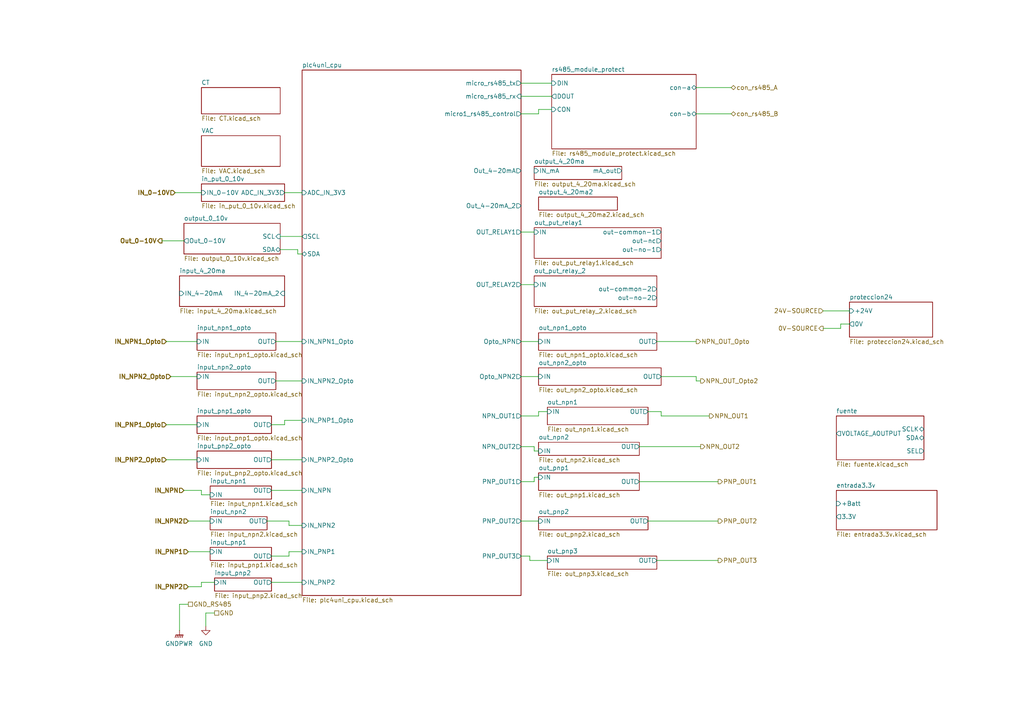
<source format=kicad_sch>
(kicad_sch (version 20250114) (generator "eeschema") (generator_version "9.0")
  (paper "A4")
  (lib_symbols
    (symbol "GP8211S-TC50:GNDPWR" (power) (pin_numbers (hide yes)) (pin_names (offset 0) (hide yes))
      (property "Value" "GNDPWR" (at 0 -3.302 0))
      (symbol "GNDPWR_0_1"
        (polyline (pts (xy -1.016 -1.27) (xy -1.27 -2.032) (xy -1.27 -2.032)) (stroke (width 0.2032)))
        (polyline (pts (xy -0.508 -1.27) (xy -0.762 -2.032) (xy -0.762 -2.032)) (stroke (width 0.2032)))
        (polyline (pts (xy 0 -1.27) (xy 0 0)))
        (polyline (pts (xy 0 -1.27) (xy -0.254 -2.032) (xy -0.254 -2.032)) (stroke (width 0.2032)))
        (polyline (pts (xy 0.508 -1.27) (xy 0.254 -2.032) (xy 0.254 -2.032)) (stroke (width 0.2032)))
        (polyline (pts (xy 1.016 -1.27) (xy -1.016 -1.27) (xy -1.016 -1.27)) (stroke (width 0.2032)))
        (polyline (pts (xy 1.016 -1.27) (xy 0.762 -2.032) (xy 0.762 -2.032) (xy 0.762 -2.032)) (stroke (width 0.2032)))
      )
      (symbol "GNDPWR_1_1"
        (pin power_in line (at 0 0 270) (length 0) (name "~") (number "1"))
      )
    )
    (symbol "power:GND" (power) (pin_numbers (hide yes)) (pin_names (offset 0) (hide yes))
      (property "Value" "GND" (at 0 -3.81 0))
      (symbol "GND_0_1"
        (polyline (pts (xy 0 0) (xy 0 -1.27) (xy 1.27 -1.27) (xy 0 -2.54) (xy -1.27 -1.27) (xy 0 -1.27)))
      )
      (symbol "GND_1_1"
        (pin power_in line (at 0 0 270) (length 0) (name "~") (number "1"))
      )
    )
  )
  (wire (pts (xy 158.75 162.56) (xy 153.67 162.56)))
  (wire (pts (xy 52.07 175.26) (xy 54.61 175.26)))
  (wire (pts (xy 81.28 68.58) (xy 87.63 68.58)))
  (wire (pts (xy 80.01 110.49) (xy 87.63 110.49)))
  (wire (pts (xy 153.67 161.29) (xy 151.13 161.29)))
  (wire (pts (xy 156.21 120.65) (xy 156.21 119.38)))
  (wire (pts (xy 78.74 123.19) (xy 82.55 123.19)))
  (wire (pts (xy 151.13 129.54) (xy 154.94 129.54)))
  (wire (pts (xy 151.13 120.65) (xy 156.21 120.65)))
  (wire (pts (xy 82.55 121.92) (xy 87.63 121.92)))
  (wire (pts (xy 156.21 31.75) (xy 160.02 31.75)))
  (wire (pts (xy 78.74 161.29) (xy 83.82 161.29)))
  (wire (pts (xy 243.84 95.25) (xy 243.84 93.98)))
  (wire (pts (xy 151.13 24.13) (xy 160.02 24.13)))
  (wire (pts (xy 243.84 93.98) (xy 246.38 93.98)))
  (wire (pts (xy 191.77 119.38) (xy 187.96 119.38)))
  (wire (pts (xy 83.82 160.02) (xy 87.63 160.02)))
  (wire (pts (xy 190.5 99.06) (xy 201.93 99.06)))
  (wire (pts (xy 48.26 99.06) (xy 57.15 99.06)))
  (wire (pts (xy 59.69 177.8) (xy 62.23 177.8)))
  (wire (pts (xy 82.55 123.19) (xy 82.55 121.92)))
  (wire (pts (xy 83.82 152.4) (xy 87.63 152.4)))
  (wire (pts (xy 154.94 130.81) (xy 156.21 130.81)))
  (wire (pts (xy 201.93 109.22) (xy 201.93 110.49)))
  (wire (pts (xy 78.74 133.35) (xy 87.63 133.35)))
  (wire (pts (xy 48.26 133.35) (xy 57.15 133.35)))
  (wire (pts (xy 151.13 99.06) (xy 156.21 99.06)))
  (wire (pts (xy 59.69 181.61) (xy 59.69 177.8)))
  (wire (pts (xy 58.42 143.51) (xy 60.96 143.51)))
  (wire (pts (xy 86.36 73.66) (xy 87.63 73.66)))
  (wire (pts (xy 201.93 33.02) (xy 212.09 33.02)))
  (wire (pts (xy 191.77 109.22) (xy 201.93 109.22)))
  (wire (pts (xy 81.28 72.39) (xy 86.36 72.39)))
  (wire (pts (xy 154.94 138.43) (xy 156.21 138.43)))
  (wire (pts (xy 52.07 182.88) (xy 52.07 175.26)))
  (wire (pts (xy 201.93 110.49) (xy 203.2 110.49)))
  (wire (pts (xy 201.93 25.4) (xy 212.09 25.4)))
  (wire (pts (xy 54.61 170.18) (xy 58.42 170.18)))
  (wire (pts (xy 190.5 162.56) (xy 208.28 162.56)))
  (wire (pts (xy 187.96 151.13) (xy 208.28 151.13)))
  (wire (pts (xy 151.13 82.55) (xy 154.94 82.55)))
  (wire (pts (xy 58.42 168.91) (xy 58.42 170.18)))
  (wire (pts (xy 151.13 109.22) (xy 156.21 109.22)))
  (wire (pts (xy 191.77 120.65) (xy 191.77 119.38)))
  (wire (pts (xy 151.13 33.02) (xy 156.21 33.02)))
  (wire (pts (xy 151.13 151.13) (xy 156.21 151.13)))
  (wire (pts (xy 156.21 33.02) (xy 156.21 31.75)))
  (wire (pts (xy 77.47 151.13) (xy 83.82 151.13)))
  (wire (pts (xy 151.13 67.31) (xy 154.94 67.31)))
  (wire (pts (xy 151.13 139.7) (xy 154.94 139.7)))
  (wire (pts (xy 80.01 99.06) (xy 87.63 99.06)))
  (wire (pts (xy 54.61 151.13) (xy 60.96 151.13)))
  (wire (pts (xy 58.42 142.24) (xy 58.42 143.51)))
  (wire (pts (xy 205.74 120.65) (xy 191.77 120.65)))
  (wire (pts (xy 78.74 142.24) (xy 87.63 142.24)))
  (wire (pts (xy 62.23 168.91) (xy 58.42 168.91)))
  (wire (pts (xy 50.8 55.88) (xy 58.42 55.88)))
  (wire (pts (xy 46.99 69.85) (xy 53.34 69.85)))
  (wire (pts (xy 238.76 95.25) (xy 243.84 95.25)))
  (wire (pts (xy 48.26 123.19) (xy 57.15 123.19)))
  (wire (pts (xy 185.42 139.7) (xy 208.28 139.7)))
  (wire (pts (xy 54.61 160.02) (xy 60.96 160.02)))
  (wire (pts (xy 83.82 151.13) (xy 83.82 152.4)))
  (wire (pts (xy 154.94 129.54) (xy 154.94 130.81)))
  (wire (pts (xy 53.34 142.24) (xy 58.42 142.24)))
  (wire (pts (xy 153.67 162.56) (xy 153.67 161.29)))
  (wire (pts (xy 154.94 139.7) (xy 154.94 138.43)))
  (wire (pts (xy 151.13 27.94) (xy 160.02 27.94)))
  (wire (pts (xy 49.53 109.22) (xy 57.15 109.22)))
  (wire (pts (xy 156.21 119.38) (xy 158.75 119.38)))
  (wire (pts (xy 78.74 168.91) (xy 87.63 168.91)))
  (wire (pts (xy 86.36 72.39) (xy 86.36 73.66)))
  (wire (pts (xy 185.42 129.54) (xy 203.2 129.54)))
  (wire (pts (xy 83.82 161.29) (xy 83.82 160.02)))
  (wire (pts (xy 238.76 90.17) (xy 246.38 90.17)))
  (wire (pts (xy 82.55 55.88) (xy 87.63 55.88)))
  (hierarchical_label "IN_PNP1" (shape input) (at 54.61 160.02 180) (effects (font (thickness 0.254) (bold yes))))
  (hierarchical_label "IN_0-10V" (shape input) (at 50.8 55.88 180) (effects (font (thickness 0.254) (bold yes))))
  (hierarchical_label "con_rs485_A" (shape bidirectional) (at 212.09 25.4 0))
  (hierarchical_label "IN_NPN" (shape input) (at 53.34 142.24 180) (effects (font (thickness 0.254) (bold yes))))
  (hierarchical_label "GND" (shape passive) (at 62.23 177.8 0))
  (hierarchical_label "IN_PNP2" (shape input) (at 54.61 170.18 180) (effects (font (thickness 0.254) (bold yes))))
  (hierarchical_label "PNP_OUT2" (shape output) (at 208.28 151.13 0))
  (hierarchical_label "Out_0-10V" (shape output) (at 46.99 69.85 180) (effects (font (thickness 0.254) (bold yes))))
  (hierarchical_label "NPN_OUT_Opto2" (shape output) (at 203.2 110.49 0))
  (hierarchical_label "NPN_OUT_Opto" (shape output) (at 201.93 99.06 0))
  (hierarchical_label "NPN_OUT1" (shape output) (at 205.74 120.65 0))
  (hierarchical_label "IN_PNP1_Opto" (shape input) (at 48.26 123.19 180) (effects (font (thickness 0.254) (bold yes))))
  (hierarchical_label "0V-SOURCE" (shape output) (at 238.76 95.25 180))
  (hierarchical_label "IN_NPN1_Opto" (shape input) (at 48.26 99.06 180) (effects (font (thickness 0.254) (bold yes))))
  (hierarchical_label "24V-SOURCE" (shape input) (at 238.76 90.17 180))
  (hierarchical_label "NPN_OUT2" (shape output) (at 203.2 129.54 0))
  (hierarchical_label "PNP_OUT3" (shape output) (at 208.28 162.56 0))
  (hierarchical_label "IN_NPN2_Opto" (shape input) (at 49.53 109.22 180) (effects (font (thickness 0.254) (bold yes))))
  (hierarchical_label "IN_PNP2_Opto" (shape input) (at 48.26 133.35 180) (effects (font (thickness 0.254) (bold yes))))
  (hierarchical_label "con_rs485_B" (shape bidirectional) (at 212.09 33.02 0))
  (hierarchical_label "GND_RS485" (shape passive) (at 54.61 175.26 0))
  (hierarchical_label "IN_NPN2" (shape input) (at 54.61 151.13 180) (effects (font (thickness 0.254) (bold yes))))
  (hierarchical_label "PNP_OUT1" (shape output) (at 208.28 139.7 0))
  (symbol (lib_id "power:GND") (at 59.69 181.61 0) (unit 1)
    (property "Reference" "#PWR022" (effects (hide yes)))
    (property "Value" "GND" (at 59.69 186.69 0))
    (property "Description" "Power symbol creates a global label with name \"GND\" , ground" (effects (hide yes)))
  )
  (symbol (lib_id "GP8211S-TC50:GNDPWR") (at 52.07 182.88 0) (unit 1)
    (property "Reference" "#PWR021" (effects (hide yes)))
    (property "Value" "GNDPWR" (at 51.943 186.69 0))
    (property "Description" "Power symbol creates a global label with name \"GNDPWR\" , global ground" (effects (hide yes)))
  )
  (sheet (at 158.75 118.11) (size 29.21 5.08) (stroke (width 0.1524))
    (property "Sheetname" "out_npn1" (at 158.75 117.3984 0) (effects (justify left bottom)))
    (property "Sheetfile" "out_npn1.kicad_sch" (at 158.75 123.7746 0) (effects (justify left top)))
    (pin "IN" input (at 158.75 119.38 180))
    (pin "OUT" output (at 187.96 119.38 0))
  )
  (sheet (at 58.42 39.37) (size 22.86 8.89) (stroke (width 0.1524))
    (property "Sheetname" "VAC" (at 58.42 38.6584 0) (effects (justify left bottom)))
    (property "Sheetfile" "VAC.kicad_sch" (at 58.42 48.8446 0) (effects (justify left top)))
  )
  (sheet (at 57.15 96.52) (size 22.86 5.08) (stroke (width 0.1524))
    (property "Sheetname" "input_npn1_opto" (at 57.15 95.8084 0) (effects (justify left bottom)))
    (property "Sheetfile" "input_npn1_opto.kicad_sch" (at 57.15 102.1846 0) (effects (justify left top)))
    (pin "IN" input (at 57.15 99.06 180))
    (pin "OUT" output (at 80.01 99.06 0))
  )
  (sheet (at 156.21 96.52) (size 34.29 5.08) (stroke (width 0.1524))
    (property "Sheetname" "out_npn1_opto" (at 156.21 95.8084 0) (effects (justify left bottom)))
    (property "Sheetfile" "out_npn1_opto.kicad_sch" (at 156.21 102.1846 0) (effects (justify left top)))
    (pin "IN" input (at 156.21 99.06 180))
    (pin "OUT" output (at 190.5 99.06 0))
  )
  (sheet (at 60.96 140.97) (size 17.78 3.81) (stroke (width 0.1524))
    (property "Sheetname" "input_npn1" (at 60.96 140.2584 0) (effects (justify left bottom)))
    (property "Sheetfile" "input_npn1.kicad_sch" (at 60.96 145.3646 0) (effects (justify left top)))
    (pin "IN" input (at 60.96 143.51 180))
    (pin "OUT" output (at 78.74 142.24 0))
  )
  (sheet (at 156.21 137.16) (size 29.21 5.08) (stroke (width 0.1524))
    (property "Sheetname" "out_pnp1" (at 156.21 136.4484 0) (effects (justify left bottom)))
    (property "Sheetfile" "out_pnp1.kicad_sch" (at 156.21 142.8246 0) (effects (justify left top)))
    (pin "IN" input (at 156.21 138.43 180))
    (pin "OUT" output (at 185.42 139.7 0))
  )
  (sheet (at 58.42 25.4) (size 22.86 7.62) (stroke (width 0.1524))
    (property "Sheetname" "CT" (at 58.42 24.6884 0) (effects (justify left bottom)))
    (property "Sheetfile" "CT.kicad_sch" (at 58.42 33.6046 0) (effects (justify left top)))
  )
  (sheet (at 53.34 64.77) (size 27.94 8.89) (stroke (width 0.1524))
    (property "Sheetname" "output_0_10v" (at 53.34 64.0584 0) (effects (justify left bottom)))
    (property "Sheetfile" "output_0_10v.kicad_sch" (at 53.34 74.2446 0) (effects (justify left top)))
    (pin "Out_0-10V" output (at 53.34 69.85 180))
    (pin "SCL" input (at 81.28 68.58 0))
    (pin "SDA" bidirectional (at 81.28 72.39 0))
  )
  (sheet (at 156.21 128.27) (size 29.21 3.81) (stroke (width 0.1524))
    (property "Sheetname" "out_npn2" (at 156.21 127.5584 0) (effects (justify left bottom)))
    (property "Sheetfile" "out_npn2.kicad_sch" (at 156.21 132.6646 0) (effects (justify left top)))
    (pin "IN" input (at 156.21 130.81 180))
    (pin "OUT" output (at 185.42 129.54 0))
  )
  (sheet (at 52.07 80.01) (size 30.48 8.89) (stroke (width 0.1524))
    (property "Sheetname" "input_4_20ma" (at 52.07 79.2984 0) (effects (justify left bottom)))
    (property "Sheetfile" "input_4_20ma.kicad_sch" (at 52.07 89.4846 0) (effects (justify left top)))
    (pin "IN_4-20mA" input (at 52.07 85.09 180))
    (pin "IN_4-20mA_2" input (at 82.55 85.09 0))
  )
  (sheet (at 62.23 167.64) (size 16.51 3.81) (stroke (width 0.1524))
    (property "Sheetname" "input_pnp2" (at 62.23 166.9284 0) (effects (justify left bottom)))
    (property "Sheetfile" "input_pnp2.kicad_sch" (at 62.23 172.0346 0) (effects (justify left top)))
    (pin "IN" input (at 62.23 168.91 180))
    (pin "OUT" output (at 78.74 168.91 0))
  )
  (sheet (at 156.21 106.68) (size 35.56 5.08) (stroke (width 0.1524))
    (property "Sheetname" "out_npn2_opto" (at 156.21 105.9684 0) (effects (justify left bottom)))
    (property "Sheetfile" "out_npn2_opto.kicad_sch" (at 156.21 112.3446 0) (effects (justify left top)))
    (pin "IN" input (at 156.21 109.22 180))
    (pin "OUT" output (at 191.77 109.22 0))
  )
  (sheet (at 154.94 66.04) (size 36.83 8.89) (stroke (width 0.1524))
    (property "Sheetname" "out_put_relay1" (at 154.94 65.3284 0) (effects (justify left bottom)))
    (property "Sheetfile" "out_put_relay1.kicad_sch" (at 154.94 75.5146 0) (effects (justify left top)))
    (pin "IN" input (at 154.94 67.31 180))
    (pin "out-common-1" output (at 191.77 67.31 0))
    (pin "out-nc" output (at 191.77 69.85 0))
    (pin "out-no-1" output (at 191.77 72.39 0))
  )
  (sheet (at 160.02 21.59) (size 41.91 21.59) (stroke (width 0.1524))
    (property "Sheetname" "rs485_module_protect" (at 160.02 20.8784 0) (effects (justify left bottom)))
    (property "Sheetfile" "rs485_module_protect.kicad_sch" (at 160.02 43.7646 0) (effects (justify left top)))
    (pin "con-a" bidirectional (at 201.93 25.4 0))
    (pin "con-b" bidirectional (at 201.93 33.02 0))
    (pin "CON" input (at 160.02 31.75 180))
    (pin "DIN" input (at 160.02 24.13 180))
    (pin "DOUT" output (at 160.02 27.94 180))
  )
  (sheet (at 158.75 161.29) (size 31.75 3.81) (stroke (width 0.1524))
    (property "Sheetname" "out_pnp3" (at 158.75 160.5784 0) (effects (justify left bottom)))
    (property "Sheetfile" "out_pnp3.kicad_sch" (at 158.75 165.6846 0) (effects (justify left top)))
    (pin "IN" input (at 158.75 162.56 180))
    (pin "OUT" output (at 190.5 162.56 0))
  )
  (sheet (at 57.15 120.65) (size 21.59 5.08) (stroke (width 0.1524))
    (property "Sheetname" "input_pnp1_opto" (at 57.15 119.9384 0) (effects (justify left bottom)))
    (property "Sheetfile" "input_pnp1_opto.kicad_sch" (at 57.15 126.3146 0) (effects (justify left top)))
    (pin "IN" input (at 57.15 123.19 180))
    (pin "OUT" output (at 78.74 123.19 0))
  )
  (sheet (at 87.63 20.32) (size 63.5 152.4) (stroke (width 0.1524))
    (property "Sheetname" "plc4uni_cpu" (at 87.63 19.6084 0) (effects (justify left bottom)))
    (property "Sheetfile" "plc4uni_cpu.kicad_sch" (at 87.63 173.3046 0) (effects (justify left top)))
    (pin "micro_rs485_rx" input (at 151.13 27.94 0))
    (pin "micro_rs485_tx" output (at 151.13 24.13 0))
    (pin "micro1_rs485_control" output (at 151.13 33.02 0))
    (pin "SCL" output (at 87.63 68.58 180))
    (pin "SDA" bidirectional (at 87.63 73.66 180))
    (pin "ADC_IN_3V3" input (at 87.63 55.88 180))
    (pin "NPN_OUT1" output (at 151.13 120.65 0))
    (pin "NPN_OUT2" output (at 151.13 129.54 0))
    (pin "Opto_NPN" output (at 151.13 99.06 0))
    (pin "Opto_NPN2" output (at 151.13 109.22 0))
    (pin "Out_4-20mA" output (at 151.13 49.53 0))
    (pin "Out_4-20mA_2" output (at 151.13 59.69 0))
    (pin "OUT_RELAY1" output (at 151.13 67.31 0))
    (pin "OUT_RELAY2" output (at 151.13 82.55 0))
    (pin "PNP_OUT1" output (at 151.13 139.7 0))
    (pin "PNP_OUT2" output (at 151.13 151.13 0))
    (pin "PNP_OUT3" output (at 151.13 161.29 0))
    (pin "IN_NPN" input (at 87.63 142.24 180))
    (pin "IN_NPN1_Opto" input (at 87.63 99.06 180))
    (pin "IN_NPN2" input (at 87.63 152.4 180))
    (pin "IN_NPN2_Opto" input (at 87.63 110.49 180))
    (pin "IN_PNP1" input (at 87.63 160.02 180))
    (pin "IN_PNP1_Opto" input (at 87.63 121.92 180))
    (pin "IN_PNP2" input (at 87.63 168.91 180))
    (pin "IN_PNP2_Opto" input (at 87.63 133.35 180))
  )
  (sheet (at 154.94 80.01) (size 35.56 8.89) (stroke (width 0.1524))
    (property "Sheetname" "out_put_relay_2" (at 154.94 79.2984 0) (effects (justify left bottom)))
    (property "Sheetfile" "out_put_relay_2.kicad_sch" (at 154.94 89.4846 0) (effects (justify left top)))
    (pin "IN" input (at 154.94 82.55 180))
    (pin "out-common-2" output (at 190.5 83.82 0))
    (pin "out-no-2" output (at 190.5 86.36 0))
  )
  (sheet (at 242.57 142.24) (size 29.21 11.43) (stroke (width 0.1524))
    (property "Sheetname" "entrada3.3v" (at 242.57 141.5284 0) (effects (justify left bottom)))
    (property "Sheetfile" "entrada3.3v.kicad_sch" (at 242.57 154.2546 0) (effects (justify left top)))
    (pin "+Batt" input (at 242.57 146.05 180))
    (pin "3.3V" output (at 242.57 149.86 180))
  )
  (sheet (at 57.15 130.81) (size 21.59 5.08) (stroke (width 0.1524))
    (property "Sheetname" "input_pnp2_opto" (at 57.15 130.0984 0) (effects (justify left bottom)))
    (property "Sheetfile" "input_pnp2_opto.kicad_sch" (at 57.15 136.4746 0) (effects (justify left top)))
    (pin "IN" input (at 57.15 133.35 180))
    (pin "OUT" output (at 78.74 133.35 0))
  )
  (sheet (at 60.96 158.75) (size 17.78 3.81) (stroke (width 0.1524))
    (property "Sheetname" "input_pnp1" (at 60.96 158.0384 0) (effects (justify left bottom)))
    (property "Sheetfile" "input_pnp1.kicad_sch" (at 60.96 163.1446 0) (effects (justify left top)))
    (pin "IN" input (at 60.96 160.02 180))
    (pin "OUT" output (at 78.74 161.29 0))
  )
  (sheet (at 156.21 57.15) (size 22.86 3.81) (stroke (width 0.1524))
    (property "Sheetname" "output_4_20ma2" (at 156.21 56.4384 0) (effects (justify left bottom)))
    (property "Sheetfile" "output_4_20ma2.kicad_sch" (at 156.21 61.5446 0) (effects (justify left top)))
  )
  (sheet (at 60.96 149.86) (size 16.51 3.81) (stroke (width 0.1524))
    (property "Sheetname" "input_npn2" (at 60.96 149.1484 0) (effects (justify left bottom)))
    (property "Sheetfile" "input_npn2.kicad_sch" (at 60.96 154.2546 0) (effects (justify left top)))
    (pin "IN" input (at 60.96 151.13 180))
    (pin "OUT" output (at 77.47 151.13 0))
  )
  (sheet (at 156.21 149.86) (size 31.75 3.81) (stroke (width 0.1524))
    (property "Sheetname" "out_pnp2" (at 156.21 149.1484 0) (effects (justify left bottom)))
    (property "Sheetfile" "out_pnp2.kicad_sch" (at 156.21 154.2546 0) (effects (justify left top)))
    (pin "IN" input (at 156.21 151.13 180))
    (pin "OUT" output (at 187.96 151.13 0))
  )
  (sheet (at 242.57 120.65) (size 25.4 12.7) (stroke (width 0.1524))
    (property "Sheetname" "fuente" (at 242.57 119.9384 0) (effects (justify left bottom)))
    (property "Sheetfile" "fuente.kicad_sch" (at 242.57 133.9346 0) (effects (justify left top)))
    (pin "SCLK" bidirectional (at 267.97 124.46 0))
    (pin "SDA" bidirectional (at 267.97 127 0))
    (pin "SEL" output (at 267.97 130.81 0))
    (pin "VOLTAGE_AOUTPUT" output (at 242.57 125.73 180))
  )
  (sheet (at 246.38 87.63) (size 24.13 10.16) (stroke (width 0.1524))
    (property "Sheetname" "proteccion24" (at 246.38 86.9184 0) (effects (justify left bottom)))
    (property "Sheetfile" "proteccion24.kicad_sch" (at 246.38 98.3746 0) (effects (justify left top)))
    (pin "+24V" input (at 246.38 90.17 180))
    (pin "0V" output (at 246.38 93.98 180))
  )
  (sheet (at 57.15 107.95) (size 22.86 5.08) (stroke (width 0.1524))
    (property "Sheetname" "input_npn2_opto" (at 57.15 107.2384 0) (effects (justify left bottom)))
    (property "Sheetfile" "input_npn2_opto.kicad_sch" (at 57.15 113.6146 0) (effects (justify left top)))
    (pin "IN" input (at 57.15 109.22 180))
    (pin "OUT" output (at 80.01 110.49 0))
  )
  (sheet (at 58.42 53.34) (size 24.13 5.08) (stroke (width 0.1524))
    (property "Sheetname" "in_put_0_10v" (at 58.42 52.6284 0) (effects (justify left bottom)))
    (property "Sheetfile" "in_put_0_10v.kicad_sch" (at 58.42 59.0046 0) (effects (justify left top)))
    (pin "ADC_IN_3V3" output (at 82.55 55.88 0))
    (pin "IN_0-10V" input (at 58.42 55.88 180))
  )
  (sheet (at 154.94 48.26) (size 25.4 3.81) (stroke (width 0.1524))
    (property "Sheetname" "output_4_20ma" (at 154.94 47.5484 0) (effects (justify left bottom)))
    (property "Sheetfile" "output_4_20ma.kicad_sch" (at 154.94 52.6546 0) (effects (justify left top)))
    (pin "IN_mA" input (at 154.94 49.53 180))
    (pin "mA_out" output (at 180.34 49.53 0))
  )
)
</source>
